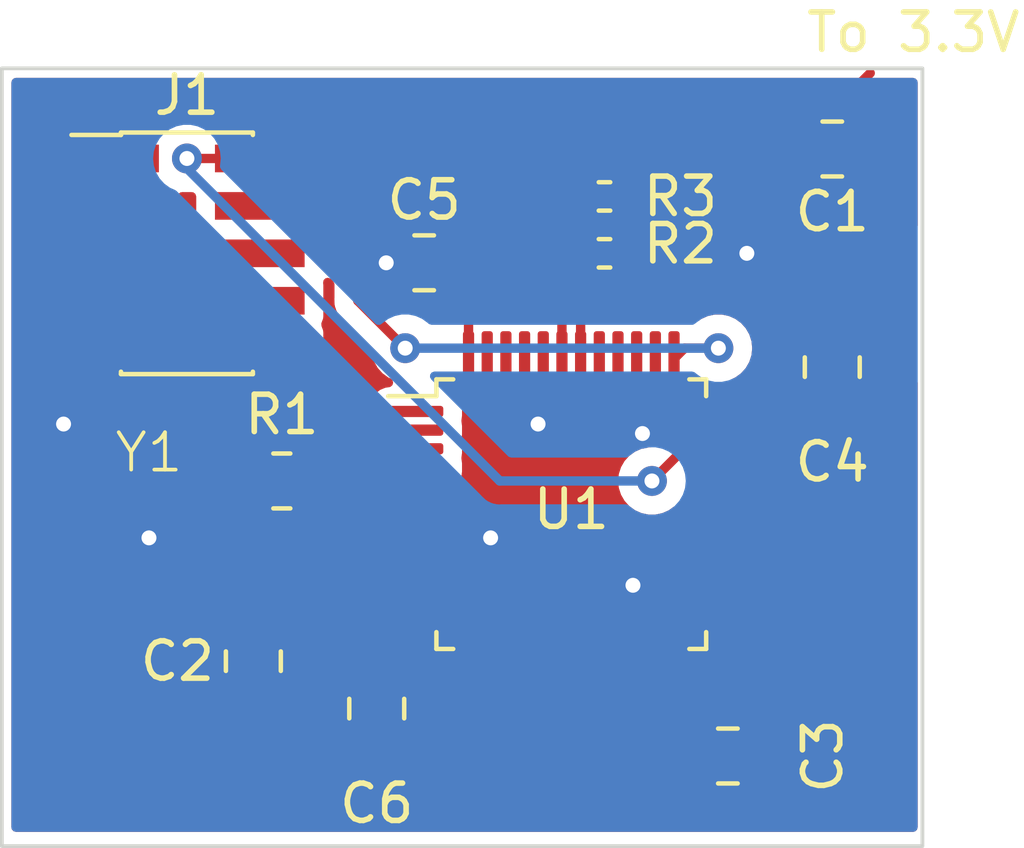
<source format=kicad_pcb>
(kicad_pcb (version 20221018) (generator pcbnew)
  (layers (0 "F.Cu" signal) (31 "B.Cu" signal) (34 "B.Paste" user) (35 "F.Paste" user) (36 "B.SilkS" user "B.Silkscreen") (37 "F.SilkS" user "F.Silkscreen") (38 "B.Mask" user) (39 "F.Mask" user) (44 "Edge.Cuts" user))
  (net 0 "")
  (net 1 "+3V3")
  (net 2 "GND")
  (net 3 "Net-(U1-NRST)")
  (net 4 "/mcu/SWDIO")
  (net 5 "/mcu/SWCLK")
  (net 9 "Net-(U1-PD0)")
  (net 10 "Net-(R1-Pad2)")
  (net 11 "/mcu/SCL")
  (net 12 "/mcu/SDA")
  (net 17 "Net-(U1-PD1)")
  (net 19 "/mcu/LED")
  (footprint "Capacitor_SMD:C_0805_2012Metric" (layer "F.Cu") (at 137.16 70.358 -90)
    (fp_text reference "C4" (at 2.54 0) (layer "F.SilkS"))
    (fp_text value "100nF" hide)
    (fp_line (start -0.261252 -0.735) (end 0.261252 -0.735) (stroke (width 0.12)) (layer "F.SilkS"))
    (fp_line (start -0.261252 0.735) (end 0.261252 0.735) (stroke (width 0.12)) (layer "F.SilkS"))
    (pad "1" smd roundrect (at -0.95 0 270) (size 1 1.45) (layers "F.Cu" "F.Paste" "F.Mask") (net 2 "GND"))
    (pad "2" smd roundrect (at 0.95 0 270) (size 1 1.45) (layers "F.Cu" "F.Paste" "F.Mask") (net 1 "+3V3"))
  )
  (footprint "Resistor_SMD:R_0805_2012Metric" (layer "F.Cu") (at 122.428 73.406 180)
    (fp_text reference "R1" (at 0 1.778) (layer "F.SilkS"))
    (fp_text value "1M" hide)
    (fp_line (start -0.227064 -0.735) (end 0.227064 -0.735) (stroke (width 0.12)) (layer "F.SilkS"))
    (fp_line (start -0.227064 0.735) (end 0.227064 0.735) (stroke (width 0.12)) (layer "F.SilkS"))
    (pad "1" smd roundrect (at -0.9125 0 180) (size 1.025 1.4) (layers "F.Cu" "F.Paste" "F.Mask") (roundrect_rratio 0.243902) (net 9 "Net-(U1-PD0)"))
    (pad "2" smd roundrect (at 0.9125 0 180) (size 1.025 1.4) (layers "F.Cu" "F.Paste" "F.Mask") (roundrect_rratio 0.243902) (net 10 "Net-(R1-Pad2)"))
  )
  (footprint "Resistor_SMD:R_0402_1005Metric" (layer "F.Cu") (at 131.064 67.31)
    (fp_text reference "R2" (at 2.032 -0.254) (layer "F.SilkS"))
    (fp_text value "4.7k" hide)
    (fp_line (start -0.153641 -0.38) (end 0.153641 -0.38) (stroke (width 0.12)) (layer "F.SilkS"))
    (fp_line (start -0.153641 0.38) (end 0.153641 0.38) (stroke (width 0.12)) (layer "F.SilkS"))
    (pad "1" smd roundrect (at -0.51 0) (size 0.54 0.64) (layers "F.Cu" "F.Paste" "F.Mask") (net 11 "/mcu/SCL"))
    (pad "2" smd roundrect (at 0.51 0) (size 0.54 0.64) (layers "F.Cu" "F.Paste" "F.Mask") (net 1 "+3V3"))
  )
  (footprint "JGC42-8828A_CSTNE10M0G550000R0:JGC42-8828A_CSTNE10M0G550000R0" (layer "F.Cu") (at 118.872 74.86 -90)
    (fp_text reference "Y1" (at -2.216 0 unlocked) (layer "F.SilkS") (effects (font (thickness 0.1))))
    (fp_text value "Resonator" hide)
    (pad "1" smd rect (at -1.2 0 270) (size 0.4 1.9) (layers "F.Cu" "F.Paste" "F.Mask") (net 10 "Net-(R1-Pad2)"))
    (pad "2" smd rect (at 0 0 270) (size 0.4 1.9) (layers "F.Cu" "F.Paste" "F.Mask") (net 2 "GND"))
    (pad "3" smd rect (at 1.2 0 270) (size 0.4 1.9) (layers "F.Cu" "F.Paste" "F.Mask") (net 17 "Net-(U1-PD1)"))
  )
  (footprint "Connector_PinHeader_1.27mm:PinHeader_2x05_P1.27mm_Vertical_SMD" (layer "F.Cu") (at 119.888 67.31)
    (fp_text reference "J1" (at 0 -4.235) (layer "F.SilkS"))
    (fp_text value "Conn_ARM_JTAG_SWD_10" hide)
    (fp_line (start -3.09 -3.17) (end -1.765 -3.17) (stroke (width 0.12)) (layer "F.SilkS"))
    (fp_line (start -1.765 -3.235) (end -1.765 -3.17) (stroke (width 0.12)) (layer "F.SilkS"))
    (fp_line (start -1.765 -3.235) (end 1.765 -3.235) (stroke (width 0.12)) (layer "F.SilkS"))
    (fp_line (start -1.765 3.17) (end -1.765 3.235) (stroke (width 0.12)) (layer "F.SilkS"))
    (fp_line (start -1.765 3.235) (end 1.765 3.235) (stroke (width 0.12)) (layer "F.SilkS"))
    (fp_line (start 1.765 -3.235) (end 1.765 -3.17) (stroke (width 0.12)) (layer "F.SilkS"))
    (fp_line (start 1.765 3.17) (end 1.765 3.235) (stroke (width 0.12)) (layer "F.SilkS"))
    (pad "1" smd rect (at -1.95 -2.54) (size 2.4 0.74) (layers "F.Cu" "F.Paste" "F.Mask") (net 1 "+3V3"))
    (pad "2" smd rect (at 1.95 -2.54) (size 2.4 0.74) (layers "F.Cu" "F.Paste" "F.Mask") (net 4 "/mcu/SWDIO"))
    (pad "3" smd rect (at -1.95 -1.27) (size 2.4 0.74) (layers "F.Cu" "F.Paste" "F.Mask") (net 2 "GND"))
    (pad "4" smd rect (at 1.95 -1.27) (size 2.4 0.74) (layers "F.Cu" "F.Paste" "F.Mask") (net 5 "/mcu/SWCLK"))
    (pad "5" smd rect (at -1.95 0) (size 2.4 0.74) (layers "F.Cu" "F.Paste" "F.Mask") (net 2 "GND"))
    (pad "6" smd rect (at 1.95 0) (size 2.4 0.74) (layers "F.Cu" "F.Paste" "F.Mask"))
    (pad "7" smd rect (at -1.95 1.27) (size 2.4 0.74) (layers "F.Cu" "F.Paste" "F.Mask"))
    (pad "8" smd rect (at 1.95 1.27) (size 2.4 0.74) (layers "F.Cu" "F.Paste" "F.Mask"))
    (pad "9" smd rect (at -1.95 2.54) (size 2.4 0.74) (layers "F.Cu" "F.Paste" "F.Mask") (net 2 "GND"))
    (pad "10" smd rect (at 1.95 2.54) (size 2.4 0.74) (layers "F.Cu" "F.Paste" "F.Mask") (net 2 "GND"))
  )
  (footprint "Capacitor_SMD:C_0805_2012Metric" (layer "F.Cu") (at 121.666 78.232 -90)
    (fp_text reference "C2" (at 0 2.032) (layer "F.SilkS"))
    (fp_text value "100nF" hide)
    (fp_line (start -0.261252 -0.735) (end 0.261252 -0.735) (stroke (width 0.12)) (layer "F.SilkS"))
    (fp_line (start -0.261252 0.735) (end 0.261252 0.735) (stroke (width 0.12)) (layer "F.SilkS"))
    (pad "1" smd roundrect (at -0.95 0 270) (size 1 1.45) (layers "F.Cu" "F.Paste" "F.Mask") (net 3 "Net-(U1-NRST)"))
    (pad "2" smd roundrect (at 0.95 0 270) (size 1 1.45) (layers "F.Cu" "F.Paste" "F.Mask") (net 2 "GND"))
  )
  (footprint "Capacitor_SMD:C_0805_2012Metric" (layer "F.Cu") (at 124.968 79.502 90)
    (fp_text reference "C6" (at -2.54 0) (layer "F.SilkS"))
    (fp_text value "100nF" hide)
    (fp_line (start -0.261252 -0.735) (end 0.261252 -0.735) (stroke (width 0.12)) (layer "F.SilkS"))
    (fp_line (start -0.261252 0.735) (end 0.261252 0.735) (stroke (width 0.12)) (layer "F.SilkS"))
    (pad "1" smd roundrect (at -0.95 0 90) (size 1 1.45) (layers "F.Cu" "F.Paste" "F.Mask") (net 2 "GND"))
    (pad "2" smd roundrect (at 0.95 0 90) (size 1 1.45) (layers "F.Cu" "F.Paste" "F.Mask") (net 1 "+3V3"))
  )
  (footprint "Package_QFP:LQFP-48_7x7mm_P0.5mm" (layer "F.Cu") (at 130.175 74.295)
    (fp_text reference "U1" (at 0 -0.127) (layer "F.SilkS"))
    (fp_text value "STM32F103C8Tx" hide)
    (fp_line (start -3.61 -3.61) (end -3.61 -3.16) (stroke (width 0.12)) (layer "F.SilkS"))
    (fp_line (start -3.61 -3.16) (end -4.9 -3.16) (stroke (width 0.12)) (layer "F.SilkS"))
    (fp_line (start -3.61 3.61) (end -3.61 3.16) (stroke (width 0.12)) (layer "F.SilkS"))
    (fp_line (start -3.16 -3.61) (end -3.61 -3.61) (stroke (width 0.12)) (layer "F.SilkS"))
    (fp_line (start -3.16 3.61) (end -3.61 3.61) (stroke (width 0.12)) (layer "F.SilkS"))
    (fp_line (start 3.16 -3.61) (end 3.61 -3.61) (stroke (width 0.12)) (layer "F.SilkS"))
    (fp_line (start 3.16 3.61) (end 3.61 3.61) (stroke (width 0.12)) (layer "F.SilkS"))
    (fp_line (start 3.61 -3.61) (end 3.61 -3.16) (stroke (width 0.12)) (layer "F.SilkS"))
    (fp_line (start 3.61 3.61) (end 3.61 3.16) (stroke (width 0.12)) (layer "F.SilkS"))
    (pad "1" smd roundrect (at -4.1625 -2.75) (size 1.475 0.3) (layers "F.Cu" "F.Paste" "F.Mask"))
    (pad "2" smd roundrect (at -4.1625 -2.25) (size 1.475 0.3) (layers "F.Cu" "F.Paste" "F.Mask"))
    (pad "3" smd roundrect (at -4.1625 -1.75) (size 1.475 0.3) (layers "F.Cu" "F.Paste" "F.Mask"))
    (pad "4" smd roundrect (at -4.1625 -1.25) (size 1.475 0.3) (layers "F.Cu" "F.Paste" "F.Mask"))
    (pad "5" smd roundrect (at -4.1625 -0.75) (size 1.475 0.3) (layers "F.Cu" "F.Paste" "F.Mask") (net 9 "Net-(U1-PD0)"))
    (pad "6" smd roundrect (at -4.1625 -0.25) (size 1.475 0.3) (layers "F.Cu" "F.Paste" "F.Mask") (net 17 "Net-(U1-PD1)"))
    (pad "7" smd roundrect (at -4.1625 0.25) (size 1.475 0.3) (layers "F.Cu" "F.Paste" "F.Mask") (net 3 "Net-(U1-NRST)"))
    (pad "8" smd roundrect (at -4.1625 0.75) (size 1.475 0.3) (layers "F.Cu" "F.Paste" "F.Mask") (net 2 "GND"))
    (pad "9" smd roundrect (at -4.1625 1.25) (size 1.475 0.3) (layers "F.Cu" "F.Paste" "F.Mask") (net 1 "+3V3"))
    (pad "10" smd roundrect (at -4.1625 1.75) (size 1.475 0.3) (layers "F.Cu" "F.Paste" "F.Mask"))
    (pad "11" smd roundrect (at -4.1625 2.25) (size 1.475 0.3) (layers "F.Cu" "F.Paste" "F.Mask") (net 19 "/mcu/LED"))
    (pad "12" smd roundrect (at -4.1625 2.75) (size 1.475 0.3) (layers "F.Cu" "F.Paste" "F.Mask"))
    (pad "13" smd roundrect (at -2.75 4.1625) (size 0.3 1.475) (layers "F.Cu" "F.Paste" "F.Mask"))
    (pad "14" smd roundrect (at -2.25 4.1625) (size 0.3 1.475) (layers "F.Cu" "F.Paste" "F.Mask"))
    (pad "15" smd roundrect (at -1.75 4.1625) (size 0.3 1.475) (layers "F.Cu" "F.Paste" "F.Mask"))
    (pad "16" smd roundrect (at -1.25 4.1625) (size 0.3 1.475) (layers "F.Cu" "F.Paste" "F.Mask"))
    (pad "17" smd roundrect (at -0.75 4.1625) (size 0.3 1.475) (layers "F.Cu" "F.Paste" "F.Mask"))
    (pad "18" smd roundrect (at -0.25 4.1625) (size 0.3 1.475) (layers "F.Cu" "F.Paste" "F.Mask"))
    (pad "19" smd roundrect (at 0.25 4.1625) (size 0.3 1.475) (layers "F.Cu" "F.Paste" "F.Mask"))
    (pad "20" smd roundrect (at 0.75 4.1625) (size 0.3 1.475) (layers "F.Cu" "F.Paste" "F.Mask"))
    (pad "21" smd roundrect (at 1.25 4.1625) (size 0.3 1.475) (layers "F.Cu" "F.Paste" "F.Mask"))
    (pad "22" smd roundrect (at 1.75 4.1625) (size 0.3 1.475) (layers "F.Cu" "F.Paste" "F.Mask"))
    (pad "23" smd roundrect (at 2.25 4.1625) (size 0.3 1.475) (layers "F.Cu" "F.Paste" "F.Mask") (net 2 "GND"))
    (pad "24" smd roundrect (at 2.75 4.1625) (size 0.3 1.475) (layers "F.Cu" "F.Paste" "F.Mask") (net 1 "+3V3"))
    (pad "25" smd roundrect (at 4.1625 2.75) (size 1.475 0.3) (layers "F.Cu" "F.Paste" "F.Mask"))
    (pad "26" smd roundrect (at 4.1625 2.25) (size 1.475 0.3) (layers "F.Cu" "F.Paste" "F.Mask"))
    (pad "27" smd roundrect (at 4.1625 1.75) (size 1.475 0.3) (layers "F.Cu" "F.Paste" "F.Mask"))
    (pad "28" smd roundrect (at 4.1625 1.25) (size 1.475 0.3) (layers "F.Cu" "F.Paste" "F.Mask"))
    (pad "29" smd roundrect (at 4.1625 0.75) (size 1.475 0.3) (layers "F.Cu" "F.Paste" "F.Mask"))
    (pad "30" smd roundrect (at 4.1625 0.25) (size 1.475 0.3) (layers "F.Cu" "F.Paste" "F.Mask"))
    (pad "31" smd roundrect (at 4.1625 -0.25) (size 1.475 0.3) (layers "F.Cu" "F.Paste" "F.Mask"))
    (pad "32" smd roundrect (at 4.1625 -0.75) (size 1.475 0.3) (layers "F.Cu" "F.Paste" "F.Mask"))
    (pad "33" smd roundrect (at 4.1625 -1.25) (size 1.475 0.3) (layers "F.Cu" "F.Paste" "F.Mask"))
    (pad "34" smd roundrect (at 4.1625 -1.75) (size 1.475 0.3) (layers "F.Cu" "F.Paste" "F.Mask") (net 4 "/mcu/SWDIO"))
    (pad "35" smd roundrect (at 4.1625 -2.25) (size 1.475 0.3) (layers "F.Cu" "F.Paste" "F.Mask") (net 2 "GND"))
    (pad "36" smd roundrect (at 4.1625 -2.75) (size 1.475 0.3) (layers "F.Cu" "F.Paste" "F.Mask") (net 1 "+3V3"))
    (pad "37" smd roundrect (at 2.75 -4.1625) (size 0.3 1.475) (layers "F.Cu" "F.Paste" "F.Mask") (net 5 "/mcu/SWCLK"))
    (pad "38" smd roundrect (at 2.25 -4.1625) (size 0.3 1.475) (layers "F.Cu" "F.Paste" "F.Mask"))
    (pad "39" smd roundrect (at 1.75 -4.1625) (size 0.3 1.475) (layers "F.Cu" "F.Paste" "F.Mask"))
    (pad "40" smd roundrect (at 1.25 -4.1625) (size 0.3 1.475) (layers "F.Cu" "F.Paste" "F.Mask"))
    (pad "41" smd roundrect (at 0.75 -4.1625) (size 0.3 1.475) (layers "F.Cu" "F.Paste" "F.Mask"))
    (pad "42" smd roundrect (at 0.25 -4.1625) (size 0.3 1.475) (layers "F.Cu" "F.Paste" "F.Mask") (net 11 "/mcu/SCL"))
    (pad "43" smd roundrect (at -0.25 -4.1625) (size 0.3 1.475) (layers "F.Cu" "F.Paste" "F.Mask") (net 12 "/mcu/SDA"))
    (pad "44" smd roundrect (at -0.75 -4.1625) (size 0.3 1.475) (layers "F.Cu" "F.Paste" "F.Mask") (net 2 "GND"))
    (pad "45" smd roundrect (at -1.25 -4.1625) (size 0.3 1.475) (layers "F.Cu" "F.Paste" "F.Mask"))
    (pad "46" smd roundrect (at -1.75 -4.1625) (size 0.3 1.475) (layers "F.Cu" "F.Paste" "F.Mask"))
    (pad "47" smd roundrect (at -2.25 -4.1625) (size 0.3 1.475) (layers "F.Cu" "F.Paste" "F.Mask") (net 2 "GND"))
    (pad "48" smd roundrect (at -2.75 -4.1625) (size 0.3 1.475) (layers "F.Cu" "F.Paste" "F.Mask") (net 1 "+3V3"))
  )
  (footprint "Resistor_SMD:R_0402_1005Metric" (layer "F.Cu") (at 131.064 65.786)
    (fp_text reference "R3" (at 2.032 0) (layer "F.SilkS"))
    (fp_text value "4.7k" hide)
    (fp_line (start -0.153641 -0.38) (end 0.153641 -0.38) (stroke (width 0.12)) (layer "F.SilkS"))
    (fp_line (start -0.153641 0.38) (end 0.153641 0.38) (stroke (width 0.12)) (layer "F.SilkS"))
    (pad "1" smd roundrect (at -0.51 0) (size 0.54 0.64) (layers "F.Cu" "F.Paste" "F.Mask") (net 12 "/mcu/SDA"))
    (pad "2" smd roundrect (at 0.51 0) (size 0.54 0.64) (layers "F.Cu" "F.Paste" "F.Mask") (net 1 "+3V3"))
  )
  (footprint "Capacitor_SMD:C_0805_2012Metric" (layer "F.Cu") (at 134.366 80.772 180)
    (fp_text reference "C3" (at -2.54 0 90) (layer "F.SilkS"))
    (fp_text value "100nF" hide)
    (fp_line (start -0.261252 -0.735) (end 0.261252 -0.735) (stroke (width 0.12)) (layer "F.SilkS"))
    (fp_line (start -0.261252 0.735) (end 0.261252 0.735) (stroke (width 0.12)) (layer "F.SilkS"))
    (pad "1" smd roundrect (at -0.95 0 180) (size 1 1.45) (layers "F.Cu" "F.Paste" "F.Mask") (net 2 "GND"))
    (pad "2" smd roundrect (at 0.95 0 180) (size 1 1.45) (layers "F.Cu" "F.Paste" "F.Mask") (net 1 "+3V3"))
  )
  (footprint "Capacitor_SMD:C_0805_2012Metric" (layer "F.Cu") (at 126.238 67.564)
    (fp_text reference "C5" (at 0 -1.68) (layer "F.SilkS"))
    (fp_text value "100nF" hide)
    (fp_line (start -0.261252 -0.735) (end 0.261252 -0.735) (stroke (width 0.12)) (layer "F.SilkS"))
    (fp_line (start -0.261252 0.735) (end 0.261252 0.735) (stroke (width 0.12)) (layer "F.SilkS"))
    (pad "1" smd roundrect (at -0.95 0) (size 1 1.45) (layers "F.Cu" "F.Paste" "F.Mask") (net 2 "GND"))
    (pad "2" smd roundrect (at 0.95 0) (size 1 1.45) (layers "F.Cu" "F.Paste" "F.Mask") (net 1 "+3V3"))
  )
  (footprint "Capacitor_SMD:C_0805_2012Metric" (layer "F.Cu") (at 137.16 64.516 180)
    (fp_text reference "C1" (at 0 -1.68) (layer "F.SilkS"))
    (fp_text value "4.7uF" hide)
    (fp_line (start -0.261252 -0.735) (end 0.261252 -0.735) (stroke (width 0.12)) (layer "F.SilkS"))
    (fp_line (start -0.261252 0.735) (end 0.261252 0.735) (stroke (width 0.12)) (layer "F.SilkS"))
    (pad "1" smd roundrect (at -0.95 0 180) (size 1 1.45) (layers "F.Cu" "F.Paste" "F.Mask") (net 2 "GND"))
    (pad "2" smd roundrect (at 0.95 0 180) (size 1 1.45) (layers "F.Cu" "F.Paste" "F.Mask") (net 1 "+3V3"))
  )
  (gr_rect (start 114.935 62.357) (end 139.573 83.185) (stroke (width 0.1)) (fill none) (layer "Edge.Cuts"))
  (gr_text "To 3.3V" (at 136.398 61.976) (layer "F.SilkS") (effects (font (size 1 1)) (justify left bottom)))
  (segment (start 126.0125 75.545) (end 125.209315 75.545) (width 0.25) (layer "F.Cu") (net 1))
  (segment (start 138.938 67.244) (end 138.938 70.104) (width 0.25) (layer "F.Cu") (net 1))
  (segment (start 127.425 70.1325) (end 127.425 67.801) (width 0.25) (layer "F.Cu") (net 1))
  (segment (start 117.938 64.77) (end 119.208 63.5) (width 0.25) (layer "F.Cu") (net 1))
  (segment (start 137.734 71.308) (end 137.16 71.308) (width 0.25) (layer "F.Cu") (net 1))
  (segment (start 133.416 80.772) (end 127.188 80.772) (width 0.25) (layer "F.Cu") (net 1))
  (segment (start 134.3375 71.545) (end 136.923 71.545) (width 0.25) (layer "F.Cu") (net 1))
  (segment (start 127.188 65.212) (end 127.188 67.564) (width 0.25) (layer "F.Cu") (net 1))
  (segment (start 132.844 64.516) (end 130.236 64.516) (width 0.25) (layer "F.Cu") (net 1))
  (segment (start 132.844 64.516) (end 131.574 65.786) (width 0.25) (layer "F.Cu") (net 1))
  (segment (start 124.46 76.294315) (end 124.46 78.044) (width 0.25) (layer "F.Cu") (net 1))
  (segment (start 131.574 65.786) (end 131.574 67.31) (width 0.25) (layer "F.Cu") (net 1))
  (segment (start 137.16 77.028) (end 133.416 80.772) (width 0.25) (layer "F.Cu") (net 1))
  (segment (start 127.425 67.801) (end 127.188 67.564) (width 0.25) (layer "F.Cu") (net 1))
  (segment (start 136.21 64.516) (end 136.21 64.45) (width 0.25) (layer "F.Cu") (net 1))
  (segment (start 125.476 63.5) (end 127.188 65.212) (width 0.25) (layer "F.Cu") (net 1))
  (segment (start 124.46 78.044) (end 124.968 78.552) (width 0.25) (layer "F.Cu") (net 1))
  (segment (start 119.208 63.5) (end 125.476 63.5) (width 0.25) (layer "F.Cu") (net 1))
  (segment (start 136.21 64.516) (end 132.844 64.516) (width 0.25) (layer "F.Cu") (net 1))
  (segment (start 132.925 78.4575) (end 132.925 80.281) (width 0.25) (layer "F.Cu") (net 1))
  (segment (start 138.938 70.104) (end 137.734 71.308) (width 0.25) (layer "F.Cu") (net 1))
  (segment (start 127.188 80.772) (end 124.968 78.552) (width 0.25) (layer "F.Cu") (net 1))
  (segment (start 125.209315 75.545) (end 124.46 76.294315) (width 0.25) (layer "F.Cu") (net 1))
  (segment (start 137.16 71.308) (end 137.16 77.028) (width 0.25) (layer "F.Cu") (net 1))
  (segment (start 130.236 64.516) (end 127.188 67.564) (width 0.25) (layer "F.Cu") (net 1))
  (segment (start 136.923 71.545) (end 137.16 71.308) (width 0.25) (layer "F.Cu") (net 1))
  (segment (start 132.925 80.281) (end 133.416 80.772) (width 0.25) (layer "F.Cu") (net 1))
  (segment (start 136.21 64.516) (end 138.938 67.244) (width 0.25) (layer "F.Cu") (net 1))
  (segment (start 136.21 64.45) (end 138.176 62.484) (width 0.25) (layer "F.Cu") (net 1))
  (segment (start 129.425 70.1325) (end 129.425 71.743) (width 0.25) (layer "F.Cu") (net 2))
  (segment (start 132.425 78.4575) (end 132.425 76.799) (width 0.25) (layer "F.Cu") (net 2))
  (segment (start 128.871315 71.882) (end 129.286 71.882) (width 0.25) (layer "F.Cu") (net 2))
  (segment (start 127.925 70.935685) (end 128.871315 71.882) (width 0.25) (layer "F.Cu") (net 2))
  (segment (start 126.0125 75.045) (end 127.901 75.045) (width 0.25) (layer "F.Cu") (net 2))
  (segment (start 127.901 75.045) (end 128.016 74.93) (width 0.25) (layer "F.Cu") (net 2))
  (segment (start 134.3375 72.045) (end 132.171 72.045) (width 0.25) (layer "F.Cu") (net 2))
  (segment (start 132.425 76.799) (end 131.826 76.2) (width 0.25) (layer "F.Cu") (net 2))
  (segment (start 127.925 70.1325) (end 127.925 70.935685) (width 0.25) (layer "F.Cu") (net 2))
  (segment (start 129.425 71.743) (end 129.286 71.882) (width 0.25) (layer "F.Cu") (net 2))
  (segment (start 132.171 72.045) (end 132.08 72.136) (width 0.25) (layer "F.Cu") (net 2))
  (via (at 131.826 76.2) (size 0.8) (drill 0.4) (layers "F.Cu" "B.Cu") (net 2))
  (via (at 129.286 71.882) (size 0.8) (drill 0.4) (layers "F.Cu" "B.Cu") (net 2))
  (via (at 134.874 67.31) (size 0.8) (drill 0.4) (layers "F.Cu" "B.Cu") (net 2))
  (via (at 125.222 67.564) (size 0.8) (drill 0.4) (layers "F.Cu" "B.Cu") (net 2))
  (via (at 118.872 74.93) (size 0.8) (drill 0.4) (layers "F.Cu" "B.Cu") (net 2))
  (via (at 116.586 71.882) (size 0.8) (drill 0.4) (layers "F.Cu" "B.Cu") (net 2))
  (via (at 132.08 72.136) (size 0.8) (drill 0.4) (layers "F.Cu" "B.Cu") (net 2))
  (via (at 128.016 74.93) (size 0.8) (drill 0.4) (layers "F.Cu" "B.Cu") (net 2))
  (segment (start 126.0125 74.545) (end 124.719396 74.545) (width 0.25) (layer "F.Cu") (net 3))
  (segment (start 124.719396 74.545) (end 121.982396 77.282) (width 0.25) (layer "F.Cu") (net 3))
  (segment (start 121.982396 77.282) (end 121.666 77.282) (width 0.25) (layer "F.Cu") (net 3))
  (segment (start 134.3375 72.545) (end 133.195 72.545) (width 0.25) (layer "F.Cu") (net 4))
  (segment (start 119.888 64.77) (end 121.838 64.77) (width 0.25) (layer "F.Cu") (net 4))
  (segment (start 133.195 72.545) (end 132.334 73.406) (width 0.25) (layer "F.Cu") (net 4))
  (via (at 119.888 64.77) (size 0.8) (drill 0.4) (layers "F.Cu" "B.Cu") (net 4))
  (via (at 132.334 73.406) (size 0.8) (drill 0.4) (layers "F.Cu" "B.Cu") (net 4))
  (segment (start 128.260695 73.406) (end 132.334 73.406) (width 0.25) (layer "B.Cu") (net 4))
  (segment (start 119.888 65.033305) (end 128.260695 73.406) (width 0.25) (layer "B.Cu") (net 4))
  (segment (start 119.888 64.77) (end 119.888 65.033305) (width 0.25) (layer "B.Cu") (net 4))
  (segment (start 121.838 66.04) (end 122.668 66.04) (width 0.25) (layer "F.Cu") (net 5))
  (segment (start 134.112 69.85) (end 133.2075 69.85) (width 0.25) (layer "F.Cu") (net 5))
  (segment (start 133.2075 69.85) (end 132.925 70.1325) (width 0.25) (layer "F.Cu") (net 5))
  (segment (start 122.668 66.04) (end 124.463 67.835) (width 0.25) (layer "F.Cu") (net 5))
  (segment (start 124.463 68.583) (end 125.73 69.85) (width 0.25) (layer "F.Cu") (net 5))
  (segment (start 124.463 67.835) (end 124.463 68.583) (width 0.25) (layer "F.Cu") (net 5))
  (via (at 134.112 69.85) (size 0.8) (drill 0.4) (layers "F.Cu" "B.Cu") (net 5))
  (via (at 125.73 69.85) (size 0.8) (drill 0.4) (layers "F.Cu" "B.Cu") (net 5))
  (segment (start 125.73 69.85) (end 134.112 69.85) (width 0.25) (layer "B.Cu") (net 5))
  (segment (start 123.4795 73.545) (end 123.3405 73.406) (width 0.25) (layer "F.Cu") (net 9))
  (segment (start 126.0125 73.545) (end 123.4795 73.545) (width 0.25) (layer "F.Cu") (net 9))
  (segment (start 121.2615 73.66) (end 118.872 73.66) (width 0.25) (layer "F.Cu") (net 10))
  (segment (start 121.5155 73.406) (end 121.2615 73.66) (width 0.25) (layer "F.Cu") (net 10))
  (segment (start 130.425 67.439) (end 130.554 67.31) (width 0.25) (layer "F.Cu") (net 11))
  (segment (start 130.425 70.1325) (end 130.425 67.439) (width 0.25) (layer "F.Cu") (net 11))
  (segment (start 129.925 70.1325) (end 129.925 66.415) (width 0.25) (layer "F.Cu") (net 12))
  (segment (start 129.925 66.415) (end 130.554 65.786) (width 0.25) (layer "F.Cu") (net 12))
  (segment (start 122.568 76.06) (end 124.583 74.045) (width 0.25) (layer "F.Cu") (net 17))
  (segment (start 124.583 74.045) (end 126.0125 74.045) (width 0.25) (layer "F.Cu") (net 17))
  (segment (start 118.872 76.06) (end 122.568 76.06) (width 0.25) (layer "F.Cu") (net 17))
  (zone (net 2) (net_name "GND") (layers "F&B.Cu") (connect_pads (clearance 0.5)) (min_thickness 0.25) (fill yes (thermal_gap 0.5) (thermal_bridge_width 0.5))
    (polygon (pts (xy 115.189 62.611) (xy 139.446 62.611) (xy 139.446 82.804) (xy 115.189 82.804)))
  )
)
</source>
